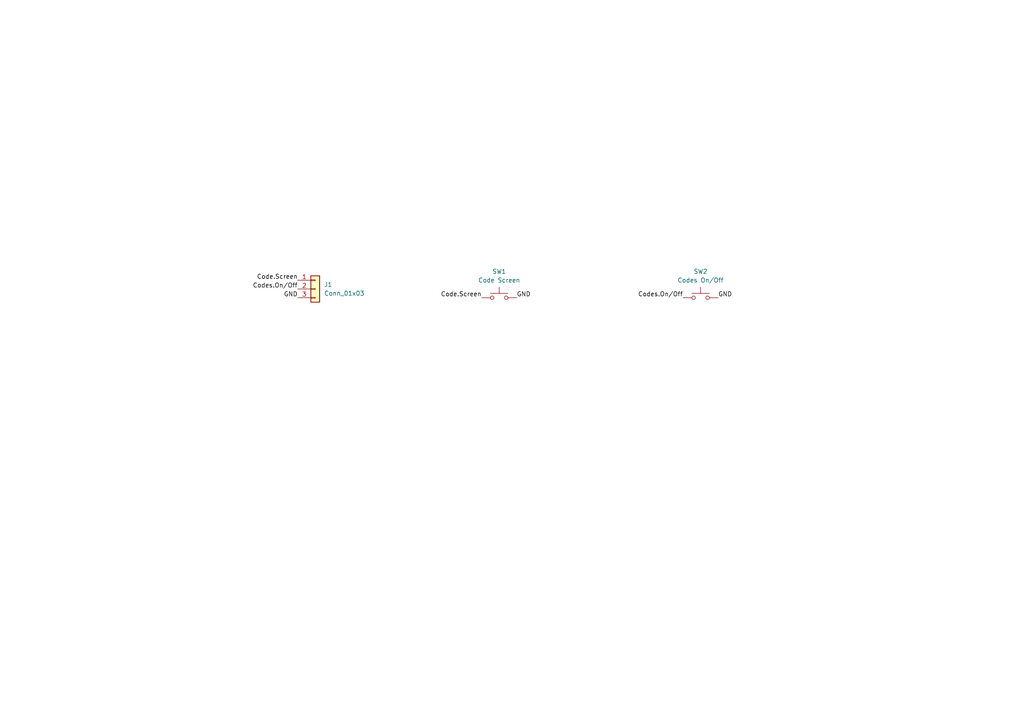
<source format=kicad_sch>
(kicad_sch
	(version 20231120)
	(generator "eeschema")
	(generator_version "8.0")
	(uuid "0e4ac7c4-cc06-44d4-9e8c-cdf19317fc5e")
	(paper "A4")
	(lib_symbols
		(symbol "Connector_Generic:Conn_01x03"
			(pin_names
				(offset 1.016) hide)
			(exclude_from_sim no)
			(in_bom yes)
			(on_board yes)
			(property "Reference" "J"
				(at 0 5.08 0)
				(effects
					(font
						(size 1.27 1.27)
					)
				)
			)
			(property "Value" "Conn_01x03"
				(at 0 -5.08 0)
				(effects
					(font
						(size 1.27 1.27)
					)
				)
			)
			(property "Footprint" ""
				(at 0 0 0)
				(effects
					(font
						(size 1.27 1.27)
					)
					(hide yes)
				)
			)
			(property "Datasheet" "~"
				(at 0 0 0)
				(effects
					(font
						(size 1.27 1.27)
					)
					(hide yes)
				)
			)
			(property "Description" "Generic connector, single row, 01x03, script generated (kicad-library-utils/schlib/autogen/connector/)"
				(at 0 0 0)
				(effects
					(font
						(size 1.27 1.27)
					)
					(hide yes)
				)
			)
			(property "ki_keywords" "connector"
				(at 0 0 0)
				(effects
					(font
						(size 1.27 1.27)
					)
					(hide yes)
				)
			)
			(property "ki_fp_filters" "Connector*:*_1x??_*"
				(at 0 0 0)
				(effects
					(font
						(size 1.27 1.27)
					)
					(hide yes)
				)
			)
			(symbol "Conn_01x03_1_1"
				(rectangle
					(start -1.27 -2.413)
					(end 0 -2.667)
					(stroke
						(width 0.1524)
						(type default)
					)
					(fill
						(type none)
					)
				)
				(rectangle
					(start -1.27 0.127)
					(end 0 -0.127)
					(stroke
						(width 0.1524)
						(type default)
					)
					(fill
						(type none)
					)
				)
				(rectangle
					(start -1.27 2.667)
					(end 0 2.413)
					(stroke
						(width 0.1524)
						(type default)
					)
					(fill
						(type none)
					)
				)
				(rectangle
					(start -1.27 3.81)
					(end 1.27 -3.81)
					(stroke
						(width 0.254)
						(type default)
					)
					(fill
						(type background)
					)
				)
				(pin passive line
					(at -5.08 2.54 0)
					(length 3.81)
					(name "Pin_1"
						(effects
							(font
								(size 1.27 1.27)
							)
						)
					)
					(number "1"
						(effects
							(font
								(size 1.27 1.27)
							)
						)
					)
				)
				(pin passive line
					(at -5.08 0 0)
					(length 3.81)
					(name "Pin_2"
						(effects
							(font
								(size 1.27 1.27)
							)
						)
					)
					(number "2"
						(effects
							(font
								(size 1.27 1.27)
							)
						)
					)
				)
				(pin passive line
					(at -5.08 -2.54 0)
					(length 3.81)
					(name "Pin_3"
						(effects
							(font
								(size 1.27 1.27)
							)
						)
					)
					(number "3"
						(effects
							(font
								(size 1.27 1.27)
							)
						)
					)
				)
			)
		)
		(symbol "Switch:SW_Push"
			(pin_numbers hide)
			(pin_names
				(offset 1.016) hide)
			(exclude_from_sim no)
			(in_bom yes)
			(on_board yes)
			(property "Reference" "SW"
				(at 1.27 2.54 0)
				(effects
					(font
						(size 1.27 1.27)
					)
					(justify left)
				)
			)
			(property "Value" "SW_Push"
				(at 0 -1.524 0)
				(effects
					(font
						(size 1.27 1.27)
					)
				)
			)
			(property "Footprint" ""
				(at 0 5.08 0)
				(effects
					(font
						(size 1.27 1.27)
					)
					(hide yes)
				)
			)
			(property "Datasheet" "~"
				(at 0 5.08 0)
				(effects
					(font
						(size 1.27 1.27)
					)
					(hide yes)
				)
			)
			(property "Description" "Push button switch, generic, two pins"
				(at 0 0 0)
				(effects
					(font
						(size 1.27 1.27)
					)
					(hide yes)
				)
			)
			(property "ki_keywords" "switch normally-open pushbutton push-button"
				(at 0 0 0)
				(effects
					(font
						(size 1.27 1.27)
					)
					(hide yes)
				)
			)
			(symbol "SW_Push_0_1"
				(circle
					(center -2.032 0)
					(radius 0.508)
					(stroke
						(width 0)
						(type default)
					)
					(fill
						(type none)
					)
				)
				(polyline
					(pts
						(xy 0 1.27) (xy 0 3.048)
					)
					(stroke
						(width 0)
						(type default)
					)
					(fill
						(type none)
					)
				)
				(polyline
					(pts
						(xy 2.54 1.27) (xy -2.54 1.27)
					)
					(stroke
						(width 0)
						(type default)
					)
					(fill
						(type none)
					)
				)
				(circle
					(center 2.032 0)
					(radius 0.508)
					(stroke
						(width 0)
						(type default)
					)
					(fill
						(type none)
					)
				)
				(pin passive line
					(at -5.08 0 0)
					(length 2.54)
					(name "1"
						(effects
							(font
								(size 1.27 1.27)
							)
						)
					)
					(number "1"
						(effects
							(font
								(size 1.27 1.27)
							)
						)
					)
				)
				(pin passive line
					(at 5.08 0 180)
					(length 2.54)
					(name "2"
						(effects
							(font
								(size 1.27 1.27)
							)
						)
					)
					(number "2"
						(effects
							(font
								(size 1.27 1.27)
							)
						)
					)
				)
			)
		)
	)
	(label "Code.Screen"
		(at 86.36 81.28 180)
		(fields_autoplaced yes)
		(effects
			(font
				(size 1.27 1.27)
			)
			(justify right bottom)
		)
		(uuid "13d0d57e-d490-4500-888f-5173665a57ca")
	)
	(label "GND"
		(at 149.86 86.36 0)
		(fields_autoplaced yes)
		(effects
			(font
				(size 1.27 1.27)
			)
			(justify left bottom)
		)
		(uuid "19d20e09-67dc-488c-8ba7-91324eb86a21")
	)
	(label "Codes.On{slash}Off"
		(at 198.12 86.36 180)
		(fields_autoplaced yes)
		(effects
			(font
				(size 1.27 1.27)
			)
			(justify right bottom)
		)
		(uuid "5b13e55e-a6c9-4831-bcfd-14477eead7de")
	)
	(label "Code.Screen"
		(at 139.7 86.36 180)
		(fields_autoplaced yes)
		(effects
			(font
				(size 1.27 1.27)
			)
			(justify right bottom)
		)
		(uuid "618d6beb-b84b-43fc-979e-efb99e07d00b")
	)
	(label "GND"
		(at 86.36 86.36 180)
		(fields_autoplaced yes)
		(effects
			(font
				(size 1.27 1.27)
			)
			(justify right bottom)
		)
		(uuid "7abc3b61-9b07-4748-81e0-e3719f8a66d0")
	)
	(label "Codes.On{slash}Off"
		(at 86.36 83.82 180)
		(fields_autoplaced yes)
		(effects
			(font
				(size 1.27 1.27)
			)
			(justify right bottom)
		)
		(uuid "ce4ee41b-31e4-4efc-b82e-3ce5a771e023")
	)
	(label "GND"
		(at 208.28 86.36 0)
		(fields_autoplaced yes)
		(effects
			(font
				(size 1.27 1.27)
			)
			(justify left bottom)
		)
		(uuid "eb5df1c4-e5f5-4208-860d-b61a45a93ff2")
	)
	(symbol
		(lib_id "Connector_Generic:Conn_01x03")
		(at 91.44 83.82 0)
		(unit 1)
		(exclude_from_sim no)
		(in_bom yes)
		(on_board yes)
		(dnp no)
		(fields_autoplaced yes)
		(uuid "9ba1d408-2a59-4cbf-bf95-ce1ec51734e8")
		(property "Reference" "J1"
			(at 93.98 82.5499 0)
			(effects
				(font
					(size 1.27 1.27)
				)
				(justify left)
			)
		)
		(property "Value" "Conn_01x03"
			(at 93.98 85.0899 0)
			(effects
				(font
					(size 1.27 1.27)
				)
				(justify left)
			)
		)
		(property "Footprint" "GBSW:Wires"
			(at 91.44 83.82 0)
			(effects
				(font
					(size 1.27 1.27)
				)
				(hide yes)
			)
		)
		(property "Datasheet" "~"
			(at 91.44 83.82 0)
			(effects
				(font
					(size 1.27 1.27)
				)
				(hide yes)
			)
		)
		(property "Description" "Generic connector, single row, 01x03, script generated (kicad-library-utils/schlib/autogen/connector/)"
			(at 91.44 83.82 0)
			(effects
				(font
					(size 1.27 1.27)
				)
				(hide yes)
			)
		)
		(pin "2"
			(uuid "737acbb6-e258-47ce-9608-ee8313c64ca0")
		)
		(pin "3"
			(uuid "5dd711ef-bfcd-41fe-af9a-a062ca3a3a46")
		)
		(pin "1"
			(uuid "f53acc83-03ec-47e5-a0ba-5faad4bedd76")
		)
		(instances
			(project "GBSW"
				(path "/0e4ac7c4-cc06-44d4-9e8c-cdf19317fc5e"
					(reference "J1")
					(unit 1)
				)
			)
		)
	)
	(symbol
		(lib_id "Switch:SW_Push")
		(at 144.78 86.36 0)
		(unit 1)
		(exclude_from_sim no)
		(in_bom yes)
		(on_board yes)
		(dnp no)
		(fields_autoplaced yes)
		(uuid "d0fa38e4-cddc-4ac7-8020-d29c9edb998c")
		(property "Reference" "SW1"
			(at 144.78 78.74 0)
			(effects
				(font
					(size 1.27 1.27)
				)
			)
		)
		(property "Value" "Code Screen"
			(at 144.78 81.28 0)
			(effects
				(font
					(size 1.27 1.27)
				)
			)
		)
		(property "Footprint" "GBSW:Buttons"
			(at 144.78 81.28 0)
			(effects
				(font
					(size 1.27 1.27)
				)
				(hide yes)
			)
		)
		(property "Datasheet" "~"
			(at 144.78 81.28 0)
			(effects
				(font
					(size 1.27 1.27)
				)
				(hide yes)
			)
		)
		(property "Description" "Push button switch, generic, two pins"
			(at 144.78 86.36 0)
			(effects
				(font
					(size 1.27 1.27)
				)
				(hide yes)
			)
		)
		(pin "1"
			(uuid "5737c4af-5722-45b5-8031-a204dc23e62d")
		)
		(pin "2"
			(uuid "131ea5de-f0f3-48ae-a163-fd860efeb87c")
		)
		(instances
			(project "GBSW"
				(path "/0e4ac7c4-cc06-44d4-9e8c-cdf19317fc5e"
					(reference "SW1")
					(unit 1)
				)
			)
		)
	)
	(symbol
		(lib_id "Switch:SW_Push")
		(at 203.2 86.36 0)
		(unit 1)
		(exclude_from_sim no)
		(in_bom yes)
		(on_board yes)
		(dnp no)
		(fields_autoplaced yes)
		(uuid "ec356fde-c408-4a7a-b097-456331f789fc")
		(property "Reference" "SW2"
			(at 203.2 78.74 0)
			(effects
				(font
					(size 1.27 1.27)
				)
			)
		)
		(property "Value" "Codes On/Off"
			(at 203.2 81.28 0)
			(effects
				(font
					(size 1.27 1.27)
				)
			)
		)
		(property "Footprint" "GBSW:Buttons"
			(at 203.2 81.28 0)
			(effects
				(font
					(size 1.27 1.27)
				)
				(hide yes)
			)
		)
		(property "Datasheet" "~"
			(at 203.2 81.28 0)
			(effects
				(font
					(size 1.27 1.27)
				)
				(hide yes)
			)
		)
		(property "Description" "Push button switch, generic, two pins"
			(at 203.2 86.36 0)
			(effects
				(font
					(size 1.27 1.27)
				)
				(hide yes)
			)
		)
		(pin "1"
			(uuid "0b23f6b0-3549-4857-ab47-a70d1540831c")
		)
		(pin "2"
			(uuid "dbf59724-2495-4d99-ac60-723c8a798993")
		)
		(instances
			(project "GBSW"
				(path "/0e4ac7c4-cc06-44d4-9e8c-cdf19317fc5e"
					(reference "SW2")
					(unit 1)
				)
			)
		)
	)
	(sheet_instances
		(path "/"
			(page "1")
		)
	)
)

</source>
